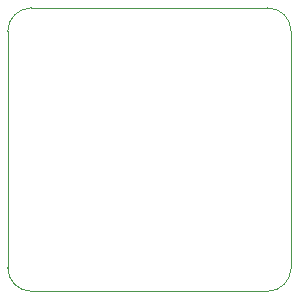
<source format=gko>
G04*
G04 #@! TF.GenerationSoftware,Altium Limited,CircuitStudio,1.5.2 (30)*
G04*
G04 Layer_Color=16720538*
%FSLAX25Y25*%
%MOIN*%
G70*
G01*
G75*
%ADD55C,0.00394*%
D55*
X0Y7874D02*
G03*
X7874Y0I7874J0D01*
G01*
X94488Y86614D02*
G03*
X86614Y94488I-7874J-0D01*
G01*
X7874D02*
G03*
X-0Y86614I-0J-7874D01*
G01*
X86614Y0D02*
G03*
X94488Y7874I0J7874D01*
G01*
X10236Y0D02*
X33858D01*
X0Y7874D02*
Y86614D01*
X7874Y94488D02*
X86614D01*
X94488Y7874D02*
Y86614D01*
X7874Y0D02*
X86614D01*
M02*

</source>
